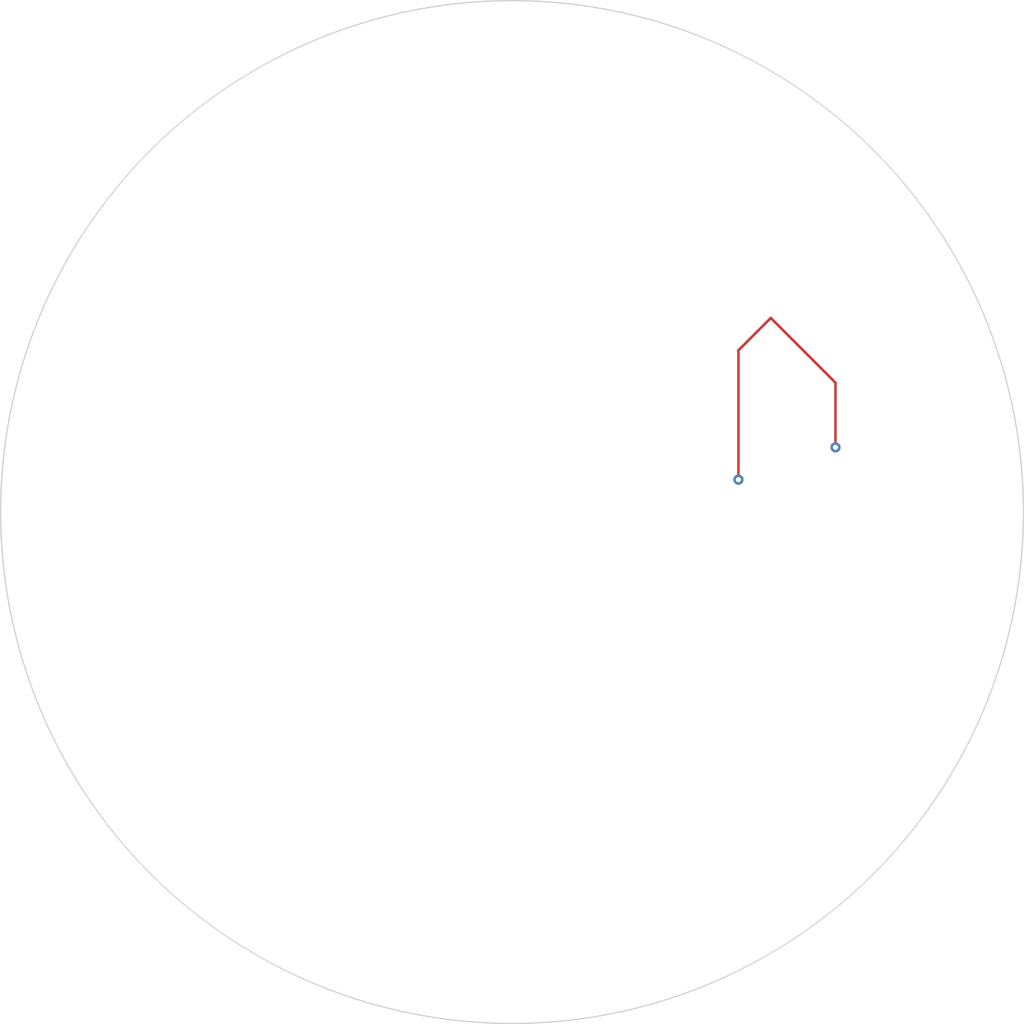
<source format=kicad_pcb>
(kicad_pcb (version 20211014) (generator pcbnew)

  (general
    (thickness 1.6)
  )

  (paper "A4")
  (layers
    (0 "F.Cu" signal)
    (31 "B.Cu" signal)
    (32 "B.Adhes" user "B.Adhesive")
    (33 "F.Adhes" user "F.Adhesive")
    (34 "B.Paste" user)
    (35 "F.Paste" user)
    (36 "B.SilkS" user "B.Silkscreen")
    (37 "F.SilkS" user "F.Silkscreen")
    (38 "B.Mask" user)
    (39 "F.Mask" user)
    (40 "Dwgs.User" user "User.Drawings")
    (41 "Cmts.User" user "User.Comments")
    (42 "Eco1.User" user "User.Eco1")
    (43 "Eco2.User" user "User.Eco2")
    (44 "Edge.Cuts" user)
    (45 "Margin" user)
    (46 "B.CrtYd" user "B.Courtyard")
    (47 "F.CrtYd" user "F.Courtyard")
    (48 "B.Fab" user)
    (49 "F.Fab" user)
    (50 "User.1" user)
    (51 "User.2" user)
    (52 "User.3" user)
    (53 "User.4" user)
    (54 "User.5" user)
    (55 "User.6" user)
    (56 "User.7" user)
    (57 "User.8" user)
    (58 "User.9" user)
  )

  (setup
    (pad_to_mask_clearance 0)
    (pcbplotparams
      (layerselection 0x00010fc_ffffffff)
      (disableapertmacros false)
      (usegerberextensions false)
      (usegerberattributes true)
      (usegerberadvancedattributes true)
      (creategerberjobfile true)
      (svguseinch false)
      (svgprecision 6)
      (excludeedgelayer true)
      (plotframeref false)
      (viasonmask false)
      (mode 1)
      (useauxorigin false)
      (hpglpennumber 1)
      (hpglpenspeed 20)
      (hpglpendiameter 15.000000)
      (dxfpolygonmode true)
      (dxfimperialunits true)
      (dxfusepcbnewfont true)
      (psnegative false)
      (psa4output false)
      (plotreference true)
      (plotvalue true)
      (plotinvisibletext false)
      (sketchpadsonfab false)
      (subtractmaskfromsilk false)
      (outputformat 1)
      (mirror false)
      (drillshape 1)
      (scaleselection 1)
      (outputdirectory "")
    )
  )

  (net 0 "")

  (gr_circle (center 149.86 91.44) (end 172.72 124.46) (layer "Edge.Cuts") (width 0.1) (fill none) (tstamp 311665d9-0fab-4325-8b46-f3638bf521df))

  (segment (start 175.26 81.28) (end 170.18 76.2) (width 0.2) (layer "F.Cu") (net 0) (tstamp 069bdd9d-f380-4c58-987e-4887748031e8))
  (segment (start 175.26 86.36) (end 175.26 81.28) (width 0.2) (layer "F.Cu") (net 0) (tstamp 4caa68da-1d74-422f-8bbe-3c28c9ea4b69))
  (segment (start 167.64 78.74) (end 167.64 88.9) (width 0.2) (layer "F.Cu") (net 0) (tstamp 4cc8f330-0552-463d-8506-7fc2c95c4de2))
  (segment (start 170.18 76.2) (end 167.64 78.74) (width 0.2) (layer "F.Cu") (net 0) (tstamp 7a89709d-a8cb-4a64-a3a3-ed263fad27d0))
  (via (at 175.26 86.36) (size 0.8) (drill 0.4) (layers "F.Cu" "B.Cu") (free) (net 0) (tstamp 3b8985d9-c9ce-4e5c-9b0f-dabde5c52713))
  (via (at 167.64 88.9) (size 0.8) (drill 0.4) (layers "F.Cu" "B.Cu") (free) (net 0) (tstamp 8e99653b-c67d-4ba5-a650-293257580275))

)

</source>
